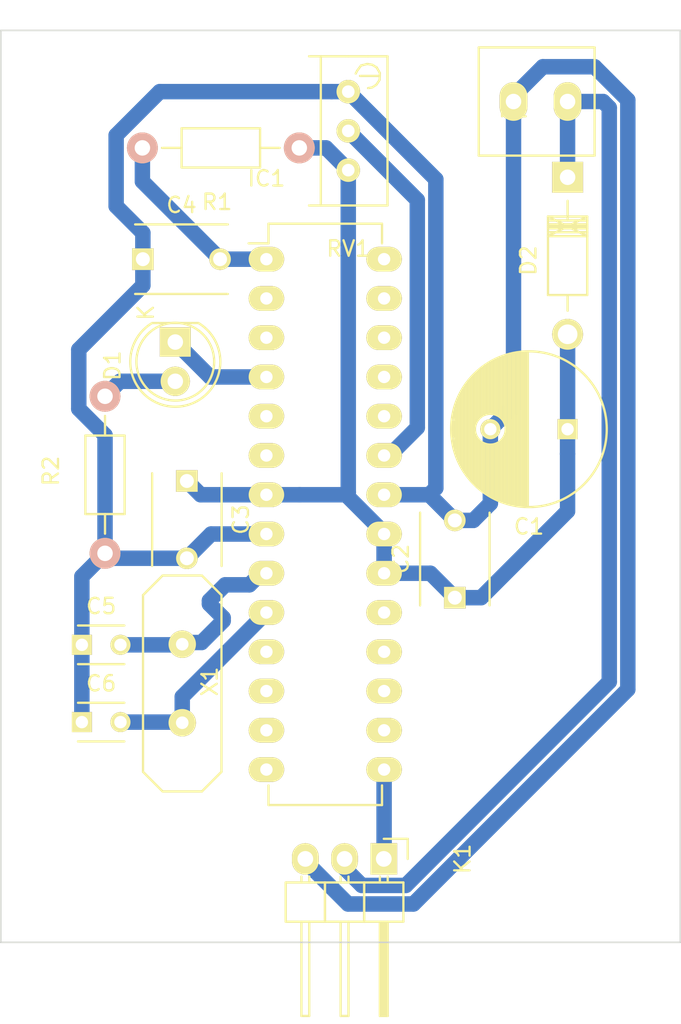
<source format=kicad_pcb>
(kicad_pcb (version 4) (host pcbnew "(2015-07-16 BZR 5955, Git 27eafcb)-product")

  (general
    (links 31)
    (no_connects 6)
    (area 147.949999 57.755 192.050001 124.475001)
    (thickness 1.6)
    (drawings 4)
    (tracks 96)
    (zones 0)
    (modules 15)
    (nets 11)
  )

  (page A4)
  (layers
    (0 F.Cu signal)
    (31 B.Cu signal)
    (32 B.Adhes user)
    (33 F.Adhes user)
    (34 B.Paste user)
    (35 F.Paste user)
    (36 B.SilkS user)
    (37 F.SilkS user)
    (38 B.Mask user)
    (39 F.Mask user)
    (40 Dwgs.User user)
    (41 Cmts.User user)
    (42 Eco1.User user)
    (43 Eco2.User user)
    (44 Edge.Cuts user)
    (45 Margin user)
    (46 B.CrtYd user)
    (47 F.CrtYd user)
    (48 B.Fab user)
    (49 F.Fab user)
  )

  (setup
    (last_trace_width 1)
    (user_trace_width 1)
    (trace_clearance 0.2)
    (zone_clearance 0.508)
    (zone_45_only no)
    (trace_min 0.2)
    (segment_width 0.2)
    (edge_width 0.1)
    (via_size 0.6)
    (via_drill 0.4)
    (via_min_size 0.4)
    (via_min_drill 0.3)
    (user_via 1 0)
    (uvia_size 0.3)
    (uvia_drill 0.1)
    (uvias_allowed no)
    (uvia_min_size 0.2)
    (uvia_min_drill 0.1)
    (pcb_text_width 0.3)
    (pcb_text_size 1.5 1.5)
    (mod_edge_width 0.15)
    (mod_text_size 1 1)
    (mod_text_width 0.15)
    (pad_size 1.5 1.5)
    (pad_drill 0.6)
    (pad_to_mask_clearance 0)
    (aux_axis_origin 0 0)
    (visible_elements 7FFFFFFF)
    (pcbplotparams
      (layerselection 0x00000_80000000)
      (usegerberextensions false)
      (excludeedgelayer false)
      (linewidth 0.100000)
      (plotframeref true)
      (viasonmask false)
      (mode 1)
      (useauxorigin false)
      (hpglpennumber 1)
      (hpglpenspeed 20)
      (hpglpendiameter 15)
      (hpglpenoverlay 2)
      (psnegative false)
      (psa4output false)
      (plotreference false)
      (plotvalue false)
      (plotinvisibletext false)
      (padsonsilk false)
      (subtractmaskfromsilk false)
      (outputformat 5)
      (mirror false)
      (drillshape 1)
      (scaleselection 1)
      (outputdirectory ""))
  )

  (net 0 "")
  (net 1 GND)
  (net 2 +5V)
  (net 3 "Net-(C4-Pad2)")
  (net 4 "Net-(C5-Pad2)")
  (net 5 "Net-(C6-Pad2)")
  (net 6 "Net-(D1-Pad1)")
  (net 7 "Net-(D1-Pad2)")
  (net 8 "Net-(IC1-Pad15)")
  (net 9 "Net-(IC1-Pad23)")
  (net 10 "Net-(D2-Pad1)")

  (net_class Default "This is the default net class."
    (clearance 0.2)
    (trace_width 0.53)
    (via_dia 0.6)
    (via_drill 0.4)
    (uvia_dia 0.3)
    (uvia_drill 0.1)
    (add_net +5V)
    (add_net GND)
    (add_net "Net-(C4-Pad2)")
    (add_net "Net-(C5-Pad2)")
    (add_net "Net-(C6-Pad2)")
    (add_net "Net-(D1-Pad1)")
    (add_net "Net-(D1-Pad2)")
    (add_net "Net-(D2-Pad1)")
    (add_net "Net-(IC1-Pad15)")
    (add_net "Net-(IC1-Pad23)")
  )

  (module Capacitors_ThroughHole:C_Disc_D6_P5 (layer F.Cu) (tedit 0) (tstamp 55BD2DD8)
    (at 177.4 96.7 90)
    (descr "Capacitor 6mm Disc, Pitch 5mm")
    (tags Capacitor)
    (path /55BC6A89)
    (fp_text reference C2 (at 2.5 -3.5 90) (layer F.SilkS)
      (effects (font (size 1 1) (thickness 0.15)))
    )
    (fp_text value 0.1uF (at 2.5 3.5 90) (layer F.Fab)
      (effects (font (size 1 1) (thickness 0.15)))
    )
    (fp_line (start -0.95 -2.5) (end 5.95 -2.5) (layer F.CrtYd) (width 0.05))
    (fp_line (start 5.95 -2.5) (end 5.95 2.5) (layer F.CrtYd) (width 0.05))
    (fp_line (start 5.95 2.5) (end -0.95 2.5) (layer F.CrtYd) (width 0.05))
    (fp_line (start -0.95 2.5) (end -0.95 -2.5) (layer F.CrtYd) (width 0.05))
    (fp_line (start -0.5 -2.25) (end 5.5 -2.25) (layer F.SilkS) (width 0.15))
    (fp_line (start 5.5 2.25) (end -0.5 2.25) (layer F.SilkS) (width 0.15))
    (pad 1 thru_hole rect (at 0 0 90) (size 1.4 1.4) (drill 0.9) (layers *.Cu *.Mask F.SilkS)
      (net 2 +5V))
    (pad 2 thru_hole circle (at 5 0 90) (size 1.4 1.4) (drill 0.9) (layers *.Cu *.Mask F.SilkS)
      (net 1 GND))
    (model Capacitors_ThroughHole.3dshapes/C_Disc_D6_P5.wrl
      (at (xyz 0.0984252 0 0))
      (scale (xyz 1 1 1))
      (rotate (xyz 0 0 0))
    )
  )

  (module Capacitors_ThroughHole:C_Disc_D6_P5 (layer F.Cu) (tedit 0) (tstamp 55BD2DDE)
    (at 160.05 89.15 270)
    (descr "Capacitor 6mm Disc, Pitch 5mm")
    (tags Capacitor)
    (path /55BC6BAB)
    (fp_text reference C3 (at 2.5 -3.5 270) (layer F.SilkS)
      (effects (font (size 1 1) (thickness 0.15)))
    )
    (fp_text value 0.1uF (at 2.5 3.5 270) (layer F.Fab)
      (effects (font (size 1 1) (thickness 0.15)))
    )
    (fp_line (start -0.95 -2.5) (end 5.95 -2.5) (layer F.CrtYd) (width 0.05))
    (fp_line (start 5.95 -2.5) (end 5.95 2.5) (layer F.CrtYd) (width 0.05))
    (fp_line (start 5.95 2.5) (end -0.95 2.5) (layer F.CrtYd) (width 0.05))
    (fp_line (start -0.95 2.5) (end -0.95 -2.5) (layer F.CrtYd) (width 0.05))
    (fp_line (start -0.5 -2.25) (end 5.5 -2.25) (layer F.SilkS) (width 0.15))
    (fp_line (start 5.5 2.25) (end -0.5 2.25) (layer F.SilkS) (width 0.15))
    (pad 1 thru_hole rect (at 0 0 270) (size 1.4 1.4) (drill 0.9) (layers *.Cu *.Mask F.SilkS)
      (net 2 +5V))
    (pad 2 thru_hole circle (at 5 0 270) (size 1.4 1.4) (drill 0.9) (layers *.Cu *.Mask F.SilkS)
      (net 1 GND))
    (model Capacitors_ThroughHole.3dshapes/C_Disc_D6_P5.wrl
      (at (xyz 0.0984252 0 0))
      (scale (xyz 1 1 1))
      (rotate (xyz 0 0 0))
    )
  )

  (module Capacitors_ThroughHole:C_Disc_D6_P5 (layer F.Cu) (tedit 0) (tstamp 55BD2DE4)
    (at 157.2 74.8)
    (descr "Capacitor 6mm Disc, Pitch 5mm")
    (tags Capacitor)
    (path /55BC6DB2)
    (fp_text reference C4 (at 2.5 -3.5) (layer F.SilkS)
      (effects (font (size 1 1) (thickness 0.15)))
    )
    (fp_text value 0.1uF (at 2.5 3.5) (layer F.Fab)
      (effects (font (size 1 1) (thickness 0.15)))
    )
    (fp_line (start -0.95 -2.5) (end 5.95 -2.5) (layer F.CrtYd) (width 0.05))
    (fp_line (start 5.95 -2.5) (end 5.95 2.5) (layer F.CrtYd) (width 0.05))
    (fp_line (start 5.95 2.5) (end -0.95 2.5) (layer F.CrtYd) (width 0.05))
    (fp_line (start -0.95 2.5) (end -0.95 -2.5) (layer F.CrtYd) (width 0.05))
    (fp_line (start -0.5 -2.25) (end 5.5 -2.25) (layer F.SilkS) (width 0.15))
    (fp_line (start 5.5 2.25) (end -0.5 2.25) (layer F.SilkS) (width 0.15))
    (pad 1 thru_hole rect (at 0 0) (size 1.4 1.4) (drill 0.9) (layers *.Cu *.Mask F.SilkS)
      (net 1 GND))
    (pad 2 thru_hole circle (at 5 0) (size 1.4 1.4) (drill 0.9) (layers *.Cu *.Mask F.SilkS)
      (net 3 "Net-(C4-Pad2)"))
    (model Capacitors_ThroughHole.3dshapes/C_Disc_D6_P5.wrl
      (at (xyz 0.0984252 0 0))
      (scale (xyz 1 1 1))
      (rotate (xyz 0 0 0))
    )
  )

  (module Capacitors_ThroughHole:C_Disc_D3_P2.5 (layer F.Cu) (tedit 0) (tstamp 55BD2DEA)
    (at 153.25 99.75)
    (descr "Capacitor 3mm Disc, Pitch 2.5mm")
    (tags Capacitor)
    (path /55BC68D3)
    (fp_text reference C5 (at 1.25 -2.5) (layer F.SilkS)
      (effects (font (size 1 1) (thickness 0.15)))
    )
    (fp_text value 22pf (at 1.25 2.5) (layer F.Fab)
      (effects (font (size 1 1) (thickness 0.15)))
    )
    (fp_line (start -0.9 -1.5) (end 3.4 -1.5) (layer F.CrtYd) (width 0.05))
    (fp_line (start 3.4 -1.5) (end 3.4 1.5) (layer F.CrtYd) (width 0.05))
    (fp_line (start 3.4 1.5) (end -0.9 1.5) (layer F.CrtYd) (width 0.05))
    (fp_line (start -0.9 1.5) (end -0.9 -1.5) (layer F.CrtYd) (width 0.05))
    (fp_line (start -0.25 -1.25) (end 2.75 -1.25) (layer F.SilkS) (width 0.15))
    (fp_line (start 2.75 1.25) (end -0.25 1.25) (layer F.SilkS) (width 0.15))
    (pad 1 thru_hole rect (at 0 0) (size 1.3 1.3) (drill 0.8) (layers *.Cu *.Mask F.SilkS)
      (net 1 GND))
    (pad 2 thru_hole circle (at 2.5 0) (size 1.3 1.3) (drill 0.8001) (layers *.Cu *.Mask F.SilkS)
      (net 4 "Net-(C5-Pad2)"))
    (model Capacitors_ThroughHole.3dshapes/C_Disc_D3_P2.5.wrl
      (at (xyz 0.0492126 0 0))
      (scale (xyz 1 1 1))
      (rotate (xyz 0 0 0))
    )
  )

  (module Capacitors_ThroughHole:C_Disc_D3_P2.5 (layer F.Cu) (tedit 0) (tstamp 55BD2DF0)
    (at 153.25 104.75)
    (descr "Capacitor 3mm Disc, Pitch 2.5mm")
    (tags Capacitor)
    (path /55BC694E)
    (fp_text reference C6 (at 1.25 -2.5) (layer F.SilkS)
      (effects (font (size 1 1) (thickness 0.15)))
    )
    (fp_text value 22pf (at 1.25 2.5) (layer F.Fab)
      (effects (font (size 1 1) (thickness 0.15)))
    )
    (fp_line (start -0.9 -1.5) (end 3.4 -1.5) (layer F.CrtYd) (width 0.05))
    (fp_line (start 3.4 -1.5) (end 3.4 1.5) (layer F.CrtYd) (width 0.05))
    (fp_line (start 3.4 1.5) (end -0.9 1.5) (layer F.CrtYd) (width 0.05))
    (fp_line (start -0.9 1.5) (end -0.9 -1.5) (layer F.CrtYd) (width 0.05))
    (fp_line (start -0.25 -1.25) (end 2.75 -1.25) (layer F.SilkS) (width 0.15))
    (fp_line (start 2.75 1.25) (end -0.25 1.25) (layer F.SilkS) (width 0.15))
    (pad 1 thru_hole rect (at 0 0) (size 1.3 1.3) (drill 0.8) (layers *.Cu *.Mask F.SilkS)
      (net 1 GND))
    (pad 2 thru_hole circle (at 2.5 0) (size 1.3 1.3) (drill 0.8001) (layers *.Cu *.Mask F.SilkS)
      (net 5 "Net-(C6-Pad2)"))
    (model Capacitors_ThroughHole.3dshapes/C_Disc_D3_P2.5.wrl
      (at (xyz 0.0492126 0 0))
      (scale (xyz 1 1 1))
      (rotate (xyz 0 0 0))
    )
  )

  (module LEDs:LED-5MM (layer F.Cu) (tedit 5570F7EA) (tstamp 55BD2DF6)
    (at 159.3 80.16 270)
    (descr "LED 5mm round vertical")
    (tags "LED 5mm round vertical")
    (path /55BCF504)
    (fp_text reference D1 (at 1.524 4.064 270) (layer F.SilkS)
      (effects (font (size 1 1) (thickness 0.15)))
    )
    (fp_text value LED (at 1.524 -3.937 270) (layer F.Fab)
      (effects (font (size 1 1) (thickness 0.15)))
    )
    (fp_line (start -1.5 -1.55) (end -1.5 1.55) (layer F.CrtYd) (width 0.05))
    (fp_arc (start 1.3 0) (end -1.5 1.55) (angle -302) (layer F.CrtYd) (width 0.05))
    (fp_arc (start 1.27 0) (end -1.23 -1.5) (angle 297.5) (layer F.SilkS) (width 0.15))
    (fp_line (start -1.23 1.5) (end -1.23 -1.5) (layer F.SilkS) (width 0.15))
    (fp_circle (center 1.27 0) (end 0.97 -2.5) (layer F.SilkS) (width 0.15))
    (fp_text user K (at -1.905 1.905 270) (layer F.SilkS)
      (effects (font (size 1 1) (thickness 0.15)))
    )
    (pad 1 thru_hole rect (at 0 0) (size 2 1.9) (drill 1.00076) (layers *.Cu *.Mask F.SilkS)
      (net 6 "Net-(D1-Pad1)"))
    (pad 2 thru_hole circle (at 2.54 0 270) (size 1.9 1.9) (drill 1.00076) (layers *.Cu *.Mask F.SilkS)
      (net 7 "Net-(D1-Pad2)"))
    (model LEDs.3dshapes/LED-5MM.wrl
      (at (xyz 0.05 0 0))
      (scale (xyz 1 1 1))
      (rotate (xyz 0 0 90))
    )
  )

  (module Housings_DIP:DIP-28_W7.62mm_LongPads (layer F.Cu) (tedit 54130A77) (tstamp 55BD2E16)
    (at 165.2 74.8)
    (descr "28-lead dip package, row spacing 7.62 mm (300 mils), longer pads")
    (tags "dil dip 2.54 300")
    (path /55BC67E4)
    (fp_text reference IC1 (at 0 -5.22) (layer F.SilkS)
      (effects (font (size 1 1) (thickness 0.15)))
    )
    (fp_text value ATMEGA328P-P (at 0 -3.72) (layer F.Fab)
      (effects (font (size 1 1) (thickness 0.15)))
    )
    (fp_line (start -1.4 -2.45) (end -1.4 35.5) (layer F.CrtYd) (width 0.05))
    (fp_line (start 9 -2.45) (end 9 35.5) (layer F.CrtYd) (width 0.05))
    (fp_line (start -1.4 -2.45) (end 9 -2.45) (layer F.CrtYd) (width 0.05))
    (fp_line (start -1.4 35.5) (end 9 35.5) (layer F.CrtYd) (width 0.05))
    (fp_line (start 0.135 -2.295) (end 0.135 -1.025) (layer F.SilkS) (width 0.15))
    (fp_line (start 7.485 -2.295) (end 7.485 -1.025) (layer F.SilkS) (width 0.15))
    (fp_line (start 7.485 35.315) (end 7.485 34.045) (layer F.SilkS) (width 0.15))
    (fp_line (start 0.135 35.315) (end 0.135 34.045) (layer F.SilkS) (width 0.15))
    (fp_line (start 0.135 -2.295) (end 7.485 -2.295) (layer F.SilkS) (width 0.15))
    (fp_line (start 0.135 35.315) (end 7.485 35.315) (layer F.SilkS) (width 0.15))
    (fp_line (start 0.135 -1.025) (end -1.15 -1.025) (layer F.SilkS) (width 0.15))
    (pad 1 thru_hole oval (at 0 0) (size 2.3 1.6) (drill 0.8) (layers *.Cu *.Mask F.SilkS)
      (net 3 "Net-(C4-Pad2)"))
    (pad 2 thru_hole oval (at 0 2.54) (size 2.3 1.6) (drill 0.8) (layers *.Cu *.Mask F.SilkS))
    (pad 3 thru_hole oval (at 0 5.08) (size 2.3 1.6) (drill 0.8) (layers *.Cu *.Mask F.SilkS))
    (pad 4 thru_hole oval (at 0 7.62) (size 2.3 1.6) (drill 0.8) (layers *.Cu *.Mask F.SilkS)
      (net 6 "Net-(D1-Pad1)"))
    (pad 5 thru_hole oval (at 0 10.16) (size 2.3 1.6) (drill 0.8) (layers *.Cu *.Mask F.SilkS))
    (pad 6 thru_hole oval (at 0 12.7) (size 2.3 1.6) (drill 0.8) (layers *.Cu *.Mask F.SilkS))
    (pad 7 thru_hole oval (at 0 15.24) (size 2.3 1.6) (drill 0.8) (layers *.Cu *.Mask F.SilkS)
      (net 2 +5V))
    (pad 8 thru_hole oval (at 0 17.78) (size 2.3 1.6) (drill 0.8) (layers *.Cu *.Mask F.SilkS)
      (net 1 GND))
    (pad 9 thru_hole oval (at 0 20.32) (size 2.3 1.6) (drill 0.8) (layers *.Cu *.Mask F.SilkS)
      (net 4 "Net-(C5-Pad2)"))
    (pad 10 thru_hole oval (at 0 22.86) (size 2.3 1.6) (drill 0.8) (layers *.Cu *.Mask F.SilkS)
      (net 5 "Net-(C6-Pad2)"))
    (pad 11 thru_hole oval (at 0 25.4) (size 2.3 1.6) (drill 0.8) (layers *.Cu *.Mask F.SilkS))
    (pad 12 thru_hole oval (at 0 27.94) (size 2.3 1.6) (drill 0.8) (layers *.Cu *.Mask F.SilkS))
    (pad 13 thru_hole oval (at 0 30.48) (size 2.3 1.6) (drill 0.8) (layers *.Cu *.Mask F.SilkS))
    (pad 14 thru_hole oval (at 0 33.02) (size 2.3 1.6) (drill 0.8) (layers *.Cu *.Mask F.SilkS))
    (pad 15 thru_hole oval (at 7.62 33.02) (size 2.3 1.6) (drill 0.8) (layers *.Cu *.Mask F.SilkS)
      (net 8 "Net-(IC1-Pad15)"))
    (pad 16 thru_hole oval (at 7.62 30.48) (size 2.3 1.6) (drill 0.8) (layers *.Cu *.Mask F.SilkS))
    (pad 17 thru_hole oval (at 7.62 27.94) (size 2.3 1.6) (drill 0.8) (layers *.Cu *.Mask F.SilkS))
    (pad 18 thru_hole oval (at 7.62 25.4) (size 2.3 1.6) (drill 0.8) (layers *.Cu *.Mask F.SilkS))
    (pad 19 thru_hole oval (at 7.62 22.86) (size 2.3 1.6) (drill 0.8) (layers *.Cu *.Mask F.SilkS))
    (pad 20 thru_hole oval (at 7.62 20.32) (size 2.3 1.6) (drill 0.8) (layers *.Cu *.Mask F.SilkS)
      (net 2 +5V))
    (pad 21 thru_hole oval (at 7.62 17.78) (size 2.3 1.6) (drill 0.8) (layers *.Cu *.Mask F.SilkS)
      (net 2 +5V))
    (pad 22 thru_hole oval (at 7.62 15.24) (size 2.3 1.6) (drill 0.8) (layers *.Cu *.Mask F.SilkS)
      (net 1 GND))
    (pad 23 thru_hole oval (at 7.62 12.7) (size 2.3 1.6) (drill 0.8) (layers *.Cu *.Mask F.SilkS)
      (net 9 "Net-(IC1-Pad23)"))
    (pad 24 thru_hole oval (at 7.62 10.16) (size 2.3 1.6) (drill 0.8) (layers *.Cu *.Mask F.SilkS))
    (pad 25 thru_hole oval (at 7.62 7.62) (size 2.3 1.6) (drill 0.8) (layers *.Cu *.Mask F.SilkS))
    (pad 26 thru_hole oval (at 7.62 5.08) (size 2.3 1.6) (drill 0.8) (layers *.Cu *.Mask F.SilkS))
    (pad 27 thru_hole oval (at 7.62 2.54) (size 2.3 1.6) (drill 0.8) (layers *.Cu *.Mask F.SilkS))
    (pad 28 thru_hole oval (at 7.62 0) (size 2.3 1.6) (drill 0.8) (layers *.Cu *.Mask F.SilkS))
    (model Housings_DIP.3dshapes/DIP-28_W7.62mm_LongPads.wrl
      (at (xyz 0 0 0))
      (scale (xyz 1 1 1))
      (rotate (xyz 0 0 0))
    )
  )

  (module Pin_Headers:Pin_Header_Angled_1x03 (layer F.Cu) (tedit 0) (tstamp 55BD2E1D)
    (at 172.8 113.6 270)
    (descr "Through hole pin header")
    (tags "pin header")
    (path /55BC6821)
    (fp_text reference K1 (at 0 -5.1 270) (layer F.SilkS)
      (effects (font (size 1 1) (thickness 0.15)))
    )
    (fp_text value CONN_3 (at 0 -3.1 270) (layer F.Fab)
      (effects (font (size 1 1) (thickness 0.15)))
    )
    (fp_line (start -1.5 -1.75) (end -1.5 6.85) (layer F.CrtYd) (width 0.05))
    (fp_line (start 10.65 -1.75) (end 10.65 6.85) (layer F.CrtYd) (width 0.05))
    (fp_line (start -1.5 -1.75) (end 10.65 -1.75) (layer F.CrtYd) (width 0.05))
    (fp_line (start -1.5 6.85) (end 10.65 6.85) (layer F.CrtYd) (width 0.05))
    (fp_line (start -1.3 -1.55) (end -1.3 0) (layer F.SilkS) (width 0.15))
    (fp_line (start 0 -1.55) (end -1.3 -1.55) (layer F.SilkS) (width 0.15))
    (fp_line (start 4.191 -0.127) (end 10.033 -0.127) (layer F.SilkS) (width 0.15))
    (fp_line (start 10.033 -0.127) (end 10.033 0.127) (layer F.SilkS) (width 0.15))
    (fp_line (start 10.033 0.127) (end 4.191 0.127) (layer F.SilkS) (width 0.15))
    (fp_line (start 4.191 0.127) (end 4.191 0) (layer F.SilkS) (width 0.15))
    (fp_line (start 4.191 0) (end 10.033 0) (layer F.SilkS) (width 0.15))
    (fp_line (start 1.524 -0.254) (end 1.143 -0.254) (layer F.SilkS) (width 0.15))
    (fp_line (start 1.524 0.254) (end 1.143 0.254) (layer F.SilkS) (width 0.15))
    (fp_line (start 1.524 2.286) (end 1.143 2.286) (layer F.SilkS) (width 0.15))
    (fp_line (start 1.524 2.794) (end 1.143 2.794) (layer F.SilkS) (width 0.15))
    (fp_line (start 1.524 4.826) (end 1.143 4.826) (layer F.SilkS) (width 0.15))
    (fp_line (start 1.524 5.334) (end 1.143 5.334) (layer F.SilkS) (width 0.15))
    (fp_line (start 4.064 1.27) (end 4.064 -1.27) (layer F.SilkS) (width 0.15))
    (fp_line (start 10.16 0.254) (end 4.064 0.254) (layer F.SilkS) (width 0.15))
    (fp_line (start 10.16 -0.254) (end 10.16 0.254) (layer F.SilkS) (width 0.15))
    (fp_line (start 4.064 -0.254) (end 10.16 -0.254) (layer F.SilkS) (width 0.15))
    (fp_line (start 1.524 1.27) (end 4.064 1.27) (layer F.SilkS) (width 0.15))
    (fp_line (start 1.524 -1.27) (end 1.524 1.27) (layer F.SilkS) (width 0.15))
    (fp_line (start 1.524 -1.27) (end 4.064 -1.27) (layer F.SilkS) (width 0.15))
    (fp_line (start 1.524 3.81) (end 4.064 3.81) (layer F.SilkS) (width 0.15))
    (fp_line (start 1.524 3.81) (end 1.524 6.35) (layer F.SilkS) (width 0.15))
    (fp_line (start 4.064 4.826) (end 10.16 4.826) (layer F.SilkS) (width 0.15))
    (fp_line (start 10.16 4.826) (end 10.16 5.334) (layer F.SilkS) (width 0.15))
    (fp_line (start 10.16 5.334) (end 4.064 5.334) (layer F.SilkS) (width 0.15))
    (fp_line (start 4.064 6.35) (end 4.064 3.81) (layer F.SilkS) (width 0.15))
    (fp_line (start 4.064 3.81) (end 4.064 1.27) (layer F.SilkS) (width 0.15))
    (fp_line (start 10.16 2.794) (end 4.064 2.794) (layer F.SilkS) (width 0.15))
    (fp_line (start 10.16 2.286) (end 10.16 2.794) (layer F.SilkS) (width 0.15))
    (fp_line (start 4.064 2.286) (end 10.16 2.286) (layer F.SilkS) (width 0.15))
    (fp_line (start 1.524 3.81) (end 4.064 3.81) (layer F.SilkS) (width 0.15))
    (fp_line (start 1.524 1.27) (end 1.524 3.81) (layer F.SilkS) (width 0.15))
    (fp_line (start 1.524 1.27) (end 4.064 1.27) (layer F.SilkS) (width 0.15))
    (fp_line (start 1.524 6.35) (end 4.064 6.35) (layer F.SilkS) (width 0.15))
    (pad 1 thru_hole rect (at 0 0 270) (size 2.032 1.7272) (drill 1.016) (layers *.Cu *.Mask F.SilkS)
      (net 8 "Net-(IC1-Pad15)"))
    (pad 2 thru_hole oval (at 0 2.54 270) (size 2.032 1.7272) (drill 1.016) (layers *.Cu *.Mask F.SilkS)
      (net 10 "Net-(D2-Pad1)"))
    (pad 3 thru_hole oval (at 0 5.08 270) (size 2.032 1.7272) (drill 1.016) (layers *.Cu *.Mask F.SilkS)
      (net 1 GND))
    (model Pin_Headers.3dshapes/Pin_Header_Angled_1x03.wrl
      (at (xyz 0 -0.1 0))
      (scale (xyz 1 1 1))
      (rotate (xyz 0 0 90))
    )
  )

  (module ffboard:TE_3.5mm_terminal_block_2pos (layer F.Cu) (tedit 55BD2A16) (tstamp 55BD2E23)
    (at 181.2 64.6)
    (path /55BC9325)
    (fp_text reference P1 (at 0 0.5) (layer F.SilkS)
      (effects (font (size 1 1) (thickness 0.15)))
    )
    (fp_text value CONN_2 (at 0 -3.048) (layer F.Fab)
      (effects (font (size 1 1) (thickness 0.15)))
    )
    (fp_line (start -2.25 3.5) (end -2.25 -3.5) (layer F.SilkS) (width 0.15))
    (fp_line (start -2.25 -3.5) (end 5.25 -3.5) (layer F.SilkS) (width 0.15))
    (fp_line (start 5.25 -3.5) (end 5.25 3.5) (layer F.SilkS) (width 0.15))
    (fp_line (start 5.25 3.5) (end -2.25 3.5) (layer F.SilkS) (width 0.15))
    (pad 1 thru_hole oval (at 0 0) (size 1.8 2.5) (drill 1) (layers *.Cu *.Mask F.SilkS)
      (net 1 GND))
    (pad 2 thru_hole oval (at 3.5 0) (size 1.8 2.5) (drill 1) (layers *.Cu *.Mask F.SilkS)
      (net 10 "Net-(D2-Pad1)"))
  )

  (module Potentiometers:Potentiometer_Bourns_3296W_3-8Zoll_Inline_ScrewUp (layer F.Cu) (tedit 54130B3D) (tstamp 55BD2E36)
    (at 170.5 63.96 180)
    (descr "3296, 3/8, Square, Trimpot, Trimming, Potentiometer, Bourns")
    (tags "3296, 3/8, Square, Trimpot, Trimming, Potentiometer, Bourns")
    (path /55BC6ED5)
    (fp_text reference RV1 (at 0 -10.16 180) (layer F.SilkS)
      (effects (font (size 1 1) (thickness 0.15)))
    )
    (fp_text value 10K (at 1.27 5.08 180) (layer F.Fab)
      (effects (font (size 1 1) (thickness 0.15)))
    )
    (fp_line (start -2.032 1.016) (end -0.762 1.016) (layer F.SilkS) (width 0.15))
    (fp_line (start -1.2827 0.2286) (end -1.5367 0.2667) (layer F.SilkS) (width 0.15))
    (fp_line (start -1.5367 0.2667) (end -1.8161 0.4445) (layer F.SilkS) (width 0.15))
    (fp_line (start -1.8161 0.4445) (end -2.032 0.762) (layer F.SilkS) (width 0.15))
    (fp_line (start -2.032 0.762) (end -2.0447 1.2065) (layer F.SilkS) (width 0.15))
    (fp_line (start -2.0447 1.2065) (end -1.8415 1.5621) (layer F.SilkS) (width 0.15))
    (fp_line (start -1.8415 1.5621) (end -1.5494 1.7399) (layer F.SilkS) (width 0.15))
    (fp_line (start -1.5494 1.7399) (end -1.2319 1.7907) (layer F.SilkS) (width 0.15))
    (fp_line (start -1.2319 1.7907) (end -0.8255 1.6891) (layer F.SilkS) (width 0.15))
    (fp_line (start -0.8255 1.6891) (end -0.5715 1.3462) (layer F.SilkS) (width 0.15))
    (fp_line (start -0.5715 1.3462) (end -0.4826 1.1684) (layer F.SilkS) (width 0.15))
    (fp_line (start 1.778 -7.366) (end 1.778 2.286) (layer F.SilkS) (width 0.15))
    (fp_line (start -1.27 2.286) (end -2.54 2.286) (layer F.SilkS) (width 0.15))
    (fp_line (start -2.54 2.286) (end -2.54 -7.366) (layer F.SilkS) (width 0.15))
    (fp_line (start -2.54 -7.366) (end 2.54 -7.366) (layer F.SilkS) (width 0.15))
    (fp_line (start 2.54 2.286) (end 0 2.286) (layer F.SilkS) (width 0.15))
    (fp_line (start 0 2.286) (end -1.27 2.286) (layer F.SilkS) (width 0.15))
    (pad 2 thru_hole circle (at 0 -2.54 180) (size 1.524 1.524) (drill 0.8128) (layers *.Cu *.Mask F.SilkS)
      (net 9 "Net-(IC1-Pad23)"))
    (pad 3 thru_hole circle (at 0 -5.08 180) (size 1.524 1.524) (drill 0.8128) (layers *.Cu *.Mask F.SilkS)
      (net 2 +5V))
    (pad 1 thru_hole circle (at 0 0 180) (size 1.524 1.524) (drill 0.8128) (layers *.Cu *.Mask F.SilkS)
      (net 1 GND))
    (model Potentiometers.3dshapes/Potentiometer_Bourns_3296W_3-8Zoll_Inline_ScrewUp.wrl
      (at (xyz 0 0 0))
      (scale (xyz 1 1 1))
      (rotate (xyz 0 0 0))
    )
  )

  (module Discret:HC-18UV (layer F.Cu) (tedit 0) (tstamp 55BD2E3C)
    (at 159.75 102.25 270)
    (descr "Quartz boitier HC-18U vertical")
    (tags "QUARTZ DEV")
    (path /55BC686D)
    (fp_text reference X1 (at -0.127 -1.778 270) (layer F.SilkS)
      (effects (font (size 1 1) (thickness 0.15)))
    )
    (fp_text value A160L3F (at 0 1.651 270) (layer F.Fab)
      (effects (font (size 1 1) (thickness 0.15)))
    )
    (fp_line (start -6.985 -1.27) (end -5.715 -2.54) (layer F.SilkS) (width 0.15))
    (fp_line (start 5.715 -2.54) (end 6.985 -1.27) (layer F.SilkS) (width 0.15))
    (fp_line (start 6.985 1.27) (end 5.715 2.54) (layer F.SilkS) (width 0.15))
    (fp_line (start -6.985 1.27) (end -5.715 2.54) (layer F.SilkS) (width 0.15))
    (fp_line (start -5.715 -2.54) (end 5.715 -2.54) (layer F.SilkS) (width 0.15))
    (fp_line (start -6.985 -1.27) (end -6.985 1.27) (layer F.SilkS) (width 0.15))
    (fp_line (start -5.715 2.54) (end 5.715 2.54) (layer F.SilkS) (width 0.15))
    (fp_line (start 6.985 1.27) (end 6.985 -1.27) (layer F.SilkS) (width 0.15))
    (pad 1 thru_hole circle (at -2.54 0 270) (size 1.778 1.778) (drill 0.8128) (layers *.Cu *.Mask F.SilkS)
      (net 4 "Net-(C5-Pad2)"))
    (pad 2 thru_hole circle (at 2.54 0 270) (size 1.778 1.778) (drill 0.8128) (layers *.Cu *.Mask F.SilkS)
      (net 5 "Net-(C6-Pad2)"))
    (model Discret.3dshapes/HC-18UV.wrl
      (at (xyz 0 0 0))
      (scale (xyz 1 1 1))
      (rotate (xyz 0 0 0))
    )
    (model Discret.3dshapes/HC-18UV.wrl
      (at (xyz 0 0 0))
      (scale (xyz 1 1 1))
      (rotate (xyz 0 0 0))
    )
  )

  (module Resistors_ThroughHole:Resistor_Horizontal_RM10mm (layer F.Cu) (tedit 53F56209) (tstamp 55BDEC1C)
    (at 162.25 67.6 180)
    (descr "Resistor, Axial,  RM 10mm, 1/3W,")
    (tags "Resistor, Axial, RM 10mm, 1/3W,")
    (path /55BC6D57)
    (fp_text reference R1 (at 0.24892 -3.50012 180) (layer F.SilkS)
      (effects (font (size 1 1) (thickness 0.15)))
    )
    (fp_text value 10K (at 3.81 3.81 180) (layer F.Fab)
      (effects (font (size 1 1) (thickness 0.15)))
    )
    (fp_line (start -2.54 -1.27) (end 2.54 -1.27) (layer F.SilkS) (width 0.15))
    (fp_line (start 2.54 -1.27) (end 2.54 1.27) (layer F.SilkS) (width 0.15))
    (fp_line (start 2.54 1.27) (end -2.54 1.27) (layer F.SilkS) (width 0.15))
    (fp_line (start -2.54 1.27) (end -2.54 -1.27) (layer F.SilkS) (width 0.15))
    (fp_line (start -2.54 0) (end -3.81 0) (layer F.SilkS) (width 0.15))
    (fp_line (start 2.54 0) (end 3.81 0) (layer F.SilkS) (width 0.15))
    (pad 1 thru_hole circle (at -5.08 0 180) (size 1.99898 1.99898) (drill 1.00076) (layers *.Cu *.SilkS *.Mask)
      (net 2 +5V))
    (pad 2 thru_hole circle (at 5.08 0 180) (size 1.99898 1.99898) (drill 1.00076) (layers *.Cu *.SilkS *.Mask)
      (net 3 "Net-(C4-Pad2)"))
    (model Resistors_ThroughHole.3dshapes/Resistor_Horizontal_RM10mm.wrl
      (at (xyz 0 0 0))
      (scale (xyz 0.4 0.4 0.4))
      (rotate (xyz 0 0 0))
    )
  )

  (module Resistors_ThroughHole:Resistor_Horizontal_RM10mm (layer F.Cu) (tedit 53F56209) (tstamp 55BDEC21)
    (at 154.75 88.75 90)
    (descr "Resistor, Axial,  RM 10mm, 1/3W,")
    (tags "Resistor, Axial, RM 10mm, 1/3W,")
    (path /55BCF545)
    (fp_text reference R2 (at 0.24892 -3.50012 90) (layer F.SilkS)
      (effects (font (size 1 1) (thickness 0.15)))
    )
    (fp_text value 330 (at 3.81 3.81 90) (layer F.Fab)
      (effects (font (size 1 1) (thickness 0.15)))
    )
    (fp_line (start -2.54 -1.27) (end 2.54 -1.27) (layer F.SilkS) (width 0.15))
    (fp_line (start 2.54 -1.27) (end 2.54 1.27) (layer F.SilkS) (width 0.15))
    (fp_line (start 2.54 1.27) (end -2.54 1.27) (layer F.SilkS) (width 0.15))
    (fp_line (start -2.54 1.27) (end -2.54 -1.27) (layer F.SilkS) (width 0.15))
    (fp_line (start -2.54 0) (end -3.81 0) (layer F.SilkS) (width 0.15))
    (fp_line (start 2.54 0) (end 3.81 0) (layer F.SilkS) (width 0.15))
    (pad 1 thru_hole circle (at -5.08 0 90) (size 1.99898 1.99898) (drill 1.00076) (layers *.Cu *.SilkS *.Mask)
      (net 1 GND))
    (pad 2 thru_hole circle (at 5.08 0 90) (size 1.99898 1.99898) (drill 1.00076) (layers *.Cu *.SilkS *.Mask)
      (net 7 "Net-(D1-Pad2)"))
    (model Resistors_ThroughHole.3dshapes/Resistor_Horizontal_RM10mm.wrl
      (at (xyz 0 0 0))
      (scale (xyz 0.4 0.4 0.4))
      (rotate (xyz 0 0 0))
    )
  )

  (module Diodes_ThroughHole:Diode_DO-41_SOD81_Horizontal_RM10 (layer F.Cu) (tedit 552FFCCE) (tstamp 55C1BD90)
    (at 184.7 69.5 270)
    (descr "Diode, DO-41, SOD81, Horizontal, RM 10mm,")
    (tags "Diode, DO-41, SOD81, Horizontal, RM 10mm, 1N4007, SB140,")
    (path /55BFB5CF)
    (fp_text reference D2 (at 5.38734 2.53746 270) (layer F.SilkS)
      (effects (font (size 1 1) (thickness 0.15)))
    )
    (fp_text value DIODE (at 4.37134 -3.55854 270) (layer F.Fab)
      (effects (font (size 1 1) (thickness 0.15)))
    )
    (fp_line (start 7.62 -0.00254) (end 8.636 -0.00254) (layer F.SilkS) (width 0.15))
    (fp_line (start 2.794 -0.00254) (end 1.524 -0.00254) (layer F.SilkS) (width 0.15))
    (fp_line (start 3.048 -1.27254) (end 3.048 1.26746) (layer F.SilkS) (width 0.15))
    (fp_line (start 3.302 -1.27254) (end 3.302 1.26746) (layer F.SilkS) (width 0.15))
    (fp_line (start 3.556 -1.27254) (end 3.556 1.26746) (layer F.SilkS) (width 0.15))
    (fp_line (start 2.794 -1.27254) (end 2.794 1.26746) (layer F.SilkS) (width 0.15))
    (fp_line (start 3.81 -1.27254) (end 2.54 1.26746) (layer F.SilkS) (width 0.15))
    (fp_line (start 2.54 -1.27254) (end 3.81 1.26746) (layer F.SilkS) (width 0.15))
    (fp_line (start 3.81 -1.27254) (end 3.81 1.26746) (layer F.SilkS) (width 0.15))
    (fp_line (start 3.175 -1.27254) (end 3.175 1.26746) (layer F.SilkS) (width 0.15))
    (fp_line (start 2.54 1.26746) (end 2.54 -1.27254) (layer F.SilkS) (width 0.15))
    (fp_line (start 2.54 -1.27254) (end 7.62 -1.27254) (layer F.SilkS) (width 0.15))
    (fp_line (start 7.62 -1.27254) (end 7.62 1.26746) (layer F.SilkS) (width 0.15))
    (fp_line (start 7.62 1.26746) (end 2.54 1.26746) (layer F.SilkS) (width 0.15))
    (pad 2 thru_hole circle (at 10.16 -0.00254 90) (size 1.99898 1.99898) (drill 1.27) (layers *.Cu *.Mask F.SilkS)
      (net 2 +5V))
    (pad 1 thru_hole rect (at 0 -0.00254 90) (size 1.99898 1.99898) (drill 1.00076) (layers *.Cu *.Mask F.SilkS)
      (net 10 "Net-(D2-Pad1)"))
  )

  (module Capacitors_ThroughHole:C_Radial_D10_L16_P5 (layer F.Cu) (tedit 0) (tstamp 55C42B09)
    (at 184.7 85.8 180)
    (descr "Radial Electrolytic Capacitor 10mm x Length 16mm, Pitch 5mm")
    (tags "Electrolytic Capacitor")
    (path /55BC8407)
    (fp_text reference C1 (at 2.5 -6.3 180) (layer F.SilkS)
      (effects (font (size 1 1) (thickness 0.15)))
    )
    (fp_text value 1000uF (at 2.5 6.3 180) (layer F.Fab)
      (effects (font (size 1 1) (thickness 0.15)))
    )
    (fp_line (start 2.575 -4.999) (end 2.575 4.999) (layer F.SilkS) (width 0.15))
    (fp_line (start 2.715 -4.995) (end 2.715 4.995) (layer F.SilkS) (width 0.15))
    (fp_line (start 2.855 -4.987) (end 2.855 4.987) (layer F.SilkS) (width 0.15))
    (fp_line (start 2.995 -4.975) (end 2.995 4.975) (layer F.SilkS) (width 0.15))
    (fp_line (start 3.135 -4.96) (end 3.135 4.96) (layer F.SilkS) (width 0.15))
    (fp_line (start 3.275 -4.94) (end 3.275 4.94) (layer F.SilkS) (width 0.15))
    (fp_line (start 3.415 -4.916) (end 3.415 4.916) (layer F.SilkS) (width 0.15))
    (fp_line (start 3.555 -4.887) (end 3.555 4.887) (layer F.SilkS) (width 0.15))
    (fp_line (start 3.695 -4.855) (end 3.695 4.855) (layer F.SilkS) (width 0.15))
    (fp_line (start 3.835 -4.818) (end 3.835 4.818) (layer F.SilkS) (width 0.15))
    (fp_line (start 3.975 -4.777) (end 3.975 4.777) (layer F.SilkS) (width 0.15))
    (fp_line (start 4.115 -4.732) (end 4.115 -0.466) (layer F.SilkS) (width 0.15))
    (fp_line (start 4.115 0.466) (end 4.115 4.732) (layer F.SilkS) (width 0.15))
    (fp_line (start 4.255 -4.682) (end 4.255 -0.667) (layer F.SilkS) (width 0.15))
    (fp_line (start 4.255 0.667) (end 4.255 4.682) (layer F.SilkS) (width 0.15))
    (fp_line (start 4.395 -4.627) (end 4.395 -0.796) (layer F.SilkS) (width 0.15))
    (fp_line (start 4.395 0.796) (end 4.395 4.627) (layer F.SilkS) (width 0.15))
    (fp_line (start 4.535 -4.567) (end 4.535 -0.885) (layer F.SilkS) (width 0.15))
    (fp_line (start 4.535 0.885) (end 4.535 4.567) (layer F.SilkS) (width 0.15))
    (fp_line (start 4.675 -4.502) (end 4.675 -0.946) (layer F.SilkS) (width 0.15))
    (fp_line (start 4.675 0.946) (end 4.675 4.502) (layer F.SilkS) (width 0.15))
    (fp_line (start 4.815 -4.432) (end 4.815 -0.983) (layer F.SilkS) (width 0.15))
    (fp_line (start 4.815 0.983) (end 4.815 4.432) (layer F.SilkS) (width 0.15))
    (fp_line (start 4.955 -4.356) (end 4.955 -0.999) (layer F.SilkS) (width 0.15))
    (fp_line (start 4.955 0.999) (end 4.955 4.356) (layer F.SilkS) (width 0.15))
    (fp_line (start 5.095 -4.274) (end 5.095 -0.995) (layer F.SilkS) (width 0.15))
    (fp_line (start 5.095 0.995) (end 5.095 4.274) (layer F.SilkS) (width 0.15))
    (fp_line (start 5.235 -4.186) (end 5.235 -0.972) (layer F.SilkS) (width 0.15))
    (fp_line (start 5.235 0.972) (end 5.235 4.186) (layer F.SilkS) (width 0.15))
    (fp_line (start 5.375 -4.091) (end 5.375 -0.927) (layer F.SilkS) (width 0.15))
    (fp_line (start 5.375 0.927) (end 5.375 4.091) (layer F.SilkS) (width 0.15))
    (fp_line (start 5.515 -3.989) (end 5.515 -0.857) (layer F.SilkS) (width 0.15))
    (fp_line (start 5.515 0.857) (end 5.515 3.989) (layer F.SilkS) (width 0.15))
    (fp_line (start 5.655 -3.879) (end 5.655 -0.756) (layer F.SilkS) (width 0.15))
    (fp_line (start 5.655 0.756) (end 5.655 3.879) (layer F.SilkS) (width 0.15))
    (fp_line (start 5.795 -3.761) (end 5.795 -0.607) (layer F.SilkS) (width 0.15))
    (fp_line (start 5.795 0.607) (end 5.795 3.761) (layer F.SilkS) (width 0.15))
    (fp_line (start 5.935 -3.633) (end 5.935 -0.355) (layer F.SilkS) (width 0.15))
    (fp_line (start 5.935 0.355) (end 5.935 3.633) (layer F.SilkS) (width 0.15))
    (fp_line (start 6.075 -3.496) (end 6.075 3.496) (layer F.SilkS) (width 0.15))
    (fp_line (start 6.215 -3.346) (end 6.215 3.346) (layer F.SilkS) (width 0.15))
    (fp_line (start 6.355 -3.184) (end 6.355 3.184) (layer F.SilkS) (width 0.15))
    (fp_line (start 6.495 -3.007) (end 6.495 3.007) (layer F.SilkS) (width 0.15))
    (fp_line (start 6.635 -2.811) (end 6.635 2.811) (layer F.SilkS) (width 0.15))
    (fp_line (start 6.775 -2.593) (end 6.775 2.593) (layer F.SilkS) (width 0.15))
    (fp_line (start 6.915 -2.347) (end 6.915 2.347) (layer F.SilkS) (width 0.15))
    (fp_line (start 7.055 -2.062) (end 7.055 2.062) (layer F.SilkS) (width 0.15))
    (fp_line (start 7.195 -1.72) (end 7.195 1.72) (layer F.SilkS) (width 0.15))
    (fp_line (start 7.335 -1.274) (end 7.335 1.274) (layer F.SilkS) (width 0.15))
    (fp_line (start 7.475 -0.499) (end 7.475 0.499) (layer F.SilkS) (width 0.15))
    (fp_circle (center 5 0) (end 5 -1) (layer F.SilkS) (width 0.15))
    (fp_circle (center 2.5 0) (end 2.5 -5.0375) (layer F.SilkS) (width 0.15))
    (fp_circle (center 2.5 0) (end 2.5 -5.3) (layer F.CrtYd) (width 0.05))
    (pad 1 thru_hole rect (at 0 0 180) (size 1.3 1.3) (drill 0.8) (layers *.Cu *.Mask F.SilkS)
      (net 2 +5V))
    (pad 2 thru_hole circle (at 5 0 180) (size 1.3 1.3) (drill 0.8) (layers *.Cu *.Mask F.SilkS)
      (net 1 GND))
    (model Capacitors_ThroughHole.3dshapes/C_Radial_D10_L16_P5.wrl
      (at (xyz 0.0984252 0 0))
      (scale (xyz 1 1 1))
      (rotate (xyz 0 0 90))
    )
  )

  (gr_line (start 192 60) (end 148 60) (layer Edge.Cuts) (width 0.1))
  (gr_line (start 192 119) (end 192 60) (layer Edge.Cuts) (width 0.1))
  (gr_line (start 148 119) (end 192 119) (layer Edge.Cuts) (width 0.1))
  (gr_line (start 148 60) (end 148 119) (layer Edge.Cuts) (width 0.1))

  (segment (start 157.2 74.8) (end 157.2 73.1) (width 1) (layer B.Cu) (net 1))
  (segment (start 157.2 73.1) (end 155.470509 71.370509) (width 1) (layer B.Cu) (net 1))
  (segment (start 155.470509 71.370509) (end 155.470509 66.784243) (width 1) (layer B.Cu) (net 1))
  (segment (start 155.470509 66.784243) (end 158.294752 63.96) (width 1) (layer B.Cu) (net 1))
  (segment (start 158.294752 63.96) (end 169.42237 63.96) (width 1) (layer B.Cu) (net 1))
  (segment (start 169.42237 63.96) (end 170.5 63.96) (width 1) (layer B.Cu) (net 1))
  (segment (start 170.5 63.96) (end 176.17001 69.63001) (width 1) (layer B.Cu) (net 1))
  (segment (start 176.17001 69.63001) (end 176.17001 89.60999) (width 1) (layer B.Cu) (net 1))
  (segment (start 176.17001 89.60999) (end 175.74 90.04) (width 1) (layer B.Cu) (net 1))
  (segment (start 178.6 91.7) (end 179.7 90.6) (width 1) (layer B.Cu) (net 1))
  (segment (start 179.7 90.6) (end 179.7 89.1) (width 1) (layer B.Cu) (net 1))
  (segment (start 177.4 91.7) (end 178.6 91.7) (width 1) (layer B.Cu) (net 1))
  (segment (start 172.82 90.04) (end 175.74 90.04) (width 1) (layer B.Cu) (net 1))
  (segment (start 175.74 90.04) (end 177.4 91.7) (width 1) (layer B.Cu) (net 1))
  (segment (start 153.25 99.75) (end 153.25 95.33) (width 1) (layer B.Cu) (net 1))
  (segment (start 153.25 95.33) (end 154.75 93.83) (width 1) (layer B.Cu) (net 1))
  (segment (start 153.25 104.75) (end 153.25 99.75) (width 1) (layer B.Cu) (net 1))
  (segment (start 154.75 93.83) (end 154.75 86.185248) (width 1) (layer B.Cu) (net 1))
  (segment (start 154.75 86.185248) (end 153.050509 84.485757) (width 1) (layer B.Cu) (net 1))
  (segment (start 153.050509 84.485757) (end 153.050509 80.649491) (width 1) (layer B.Cu) (net 1))
  (segment (start 153.050509 80.649491) (end 157.2 76.5) (width 1) (layer B.Cu) (net 1))
  (segment (start 157.2 76.5) (end 157.2 74.8) (width 1) (layer B.Cu) (net 1))
  (segment (start 160.05 94.15) (end 155.07 94.15) (width 1) (layer B.Cu) (net 1))
  (segment (start 155.07 94.15) (end 154.75 93.83) (width 1) (layer B.Cu) (net 1))
  (segment (start 165.2 92.58) (end 161.62 92.58) (width 1) (layer B.Cu) (net 1))
  (segment (start 161.62 92.58) (end 160.05 94.15) (width 1) (layer B.Cu) (net 1))
  (segment (start 181.2 64.6) (end 181.2 84.3) (width 1) (layer B.Cu) (net 1))
  (segment (start 181.2 84.3) (end 179.7 85.8) (width 1) (layer B.Cu) (net 1))
  (segment (start 179.7 89.1) (end 179.7 85.8) (width 1) (layer B.Cu) (net 1))
  (segment (start 167.72 113.6) (end 167.72 113.7524) (width 1) (layer B.Cu) (net 1))
  (segment (start 167.72 113.7524) (end 170.483611 116.516011) (width 1) (layer B.Cu) (net 1))
  (segment (start 183.1 62.35) (end 181.2 64.25) (width 1) (layer B.Cu) (net 1))
  (segment (start 170.483611 116.516011) (end 174.720662 116.51601) (width 1) (layer B.Cu) (net 1))
  (segment (start 174.720662 116.51601) (end 188.60001 102.636662) (width 1) (layer B.Cu) (net 1))
  (segment (start 188.60001 102.636662) (end 188.600009 64.502939) (width 1) (layer B.Cu) (net 1))
  (segment (start 188.600009 64.502939) (end 186.44707 62.35) (width 1) (layer B.Cu) (net 1))
  (segment (start 186.44707 62.35) (end 183.1 62.35) (width 1) (layer B.Cu) (net 1))
  (segment (start 181.2 64.25) (end 181.2 64.6) (width 1) (layer B.Cu) (net 1))
  (segment (start 172.82 95.12) (end 175.82 95.12) (width 1) (layer B.Cu) (net 2))
  (segment (start 175.82 95.12) (end 177.4 96.7) (width 1) (layer B.Cu) (net 2))
  (segment (start 177.4 96.7) (end 179.1 96.7) (width 1) (layer B.Cu) (net 2))
  (segment (start 179.1 96.7) (end 184.7 91.1) (width 1) (layer B.Cu) (net 2))
  (segment (start 184.7 91.1) (end 184.7 87.39492) (width 1) (layer B.Cu) (net 2))
  (segment (start 167.33 67.6) (end 169.06 67.6) (width 1) (layer B.Cu) (net 2))
  (segment (start 169.06 67.6) (end 170.5 69.04) (width 1) (layer B.Cu) (net 2))
  (segment (start 170.5 69.04) (end 170.5 89.888666) (width 1) (layer B.Cu) (net 2))
  (segment (start 170.5 89.888666) (end 170.348666 90.04) (width 1) (layer B.Cu) (net 2))
  (segment (start 165.2 90.04) (end 160.94 90.04) (width 1) (layer B.Cu) (net 2))
  (segment (start 160.94 90.04) (end 160.05 89.15) (width 1) (layer B.Cu) (net 2))
  (segment (start 172.82 95.12) (end 172.82 92.511334) (width 1) (layer B.Cu) (net 2))
  (segment (start 167.35 90.04) (end 165.2 90.04) (width 1) (layer B.Cu) (net 2))
  (segment (start 172.82 92.511334) (end 170.348666 90.04) (width 1) (layer B.Cu) (net 2))
  (segment (start 170.348666 90.04) (end 167.35 90.04) (width 1) (layer B.Cu) (net 2))
  (segment (start 172.82 95.12) (end 172.82 92.58) (width 1) (layer B.Cu) (net 2))
  (segment (start 184.7 85.8) (end 184.7 87.39492) (width 1) (layer B.Cu) (net 2))
  (segment (start 184.7 87.39492) (end 184.70254 87.39746) (width 1) (layer B.Cu) (net 2))
  (segment (start 184.70254 79.66) (end 184.70254 85.79746) (width 1) (layer B.Cu) (net 2))
  (segment (start 184.70254 85.79746) (end 184.7 85.8) (width 1) (layer B.Cu) (net 2))
  (segment (start 162.2 74.8) (end 165.2 74.8) (width 1) (layer B.Cu) (net 3))
  (segment (start 157.17 67.6) (end 157.17 69.77) (width 1) (layer B.Cu) (net 3))
  (segment (start 157.17 69.77) (end 162.2 74.8) (width 1) (layer B.Cu) (net 3))
  (segment (start 165.2 95.12) (end 164.85 95.12) (width 1) (layer B.Cu) (net 4))
  (segment (start 162.4 98.2) (end 161 99.6) (width 1) (layer B.Cu) (net 4))
  (segment (start 164.85 95.12) (end 164.10275 95.86725) (width 1) (layer B.Cu) (net 4))
  (segment (start 164.10275 95.86725) (end 162.53275 95.86725) (width 1) (layer B.Cu) (net 4))
  (segment (start 162.53275 95.86725) (end 161.509727 96.890273) (width 1) (layer B.Cu) (net 4))
  (segment (start 161.509727 96.890273) (end 161.509727 97.109727) (width 1) (layer B.Cu) (net 4))
  (segment (start 161.509727 97.109727) (end 162.4 98) (width 1) (layer B.Cu) (net 4))
  (segment (start 162.4 98) (end 162.4 98.2) (width 1) (layer B.Cu) (net 4))
  (segment (start 161 99.6) (end 159.86 99.6) (width 1) (layer B.Cu) (net 4))
  (segment (start 159.86 99.6) (end 159.75 99.71) (width 1) (layer B.Cu) (net 4))
  (segment (start 155.75 99.75) (end 159.71 99.75) (width 1) (layer B.Cu) (net 4))
  (segment (start 159.71 99.75) (end 159.75 99.71) (width 1) (layer B.Cu) (net 4))
  (segment (start 165.2 97.66) (end 159.75 103.11) (width 1) (layer B.Cu) (net 5))
  (segment (start 159.75 103.11) (end 159.75 104.79) (width 1) (layer B.Cu) (net 5))
  (segment (start 155.75 104.75) (end 159.71 104.75) (width 1) (layer B.Cu) (net 5))
  (segment (start 159.71 104.75) (end 159.75 104.79) (width 1) (layer B.Cu) (net 5))
  (segment (start 165.2 82.42) (end 161.56 82.42) (width 1) (layer B.Cu) (net 6))
  (segment (start 161.56 82.42) (end 159.3 80.16) (width 1) (layer B.Cu) (net 6))
  (segment (start 159.3 82.7) (end 155.72 82.7) (width 1) (layer B.Cu) (net 7))
  (segment (start 155.72 82.7) (end 154.75 83.67) (width 1) (layer B.Cu) (net 7))
  (segment (start 172.82 107.82) (end 172.82 113.58) (width 1) (layer B.Cu) (net 8))
  (segment (start 172.82 113.58) (end 172.8 113.6) (width 1) (layer B.Cu) (net 8))
  (segment (start 170.5 66.5) (end 174.97 70.97) (width 1) (layer B.Cu) (net 9))
  (segment (start 174.97 70.97) (end 174.97 85.7) (width 1) (layer B.Cu) (net 9))
  (segment (start 174.97 85.7) (end 173.17 87.5) (width 1) (layer B.Cu) (net 9))
  (segment (start 173.17 87.5) (end 172.82 87.5) (width 1) (layer B.Cu) (net 9))
  (segment (start 184.7 64.6) (end 184.7 69.49746) (width 1) (layer B.Cu) (net 10))
  (segment (start 184.7 69.49746) (end 184.70254 69.5) (width 1) (layer B.Cu) (net 10))
  (segment (start 170.26 113.6) (end 170.26 114.199602) (width 1) (layer B.Cu) (net 10))
  (segment (start 170.26 114.199602) (end 171.376399 115.316001) (width 1) (layer B.Cu) (net 10))
  (segment (start 171.376399 115.316001) (end 174.223601 115.316001) (width 1) (layer B.Cu) (net 10))
  (segment (start 174.223601 115.316001) (end 187.4 102.139602) (width 1) (layer B.Cu) (net 10))
  (segment (start 187.4 102.139602) (end 187.4 65) (width 1) (layer B.Cu) (net 10))
  (segment (start 187.4 65) (end 187 64.6) (width 1) (layer B.Cu) (net 10))
  (segment (start 187 64.6) (end 184.7 64.6) (width 1) (layer B.Cu) (net 10))

)

</source>
